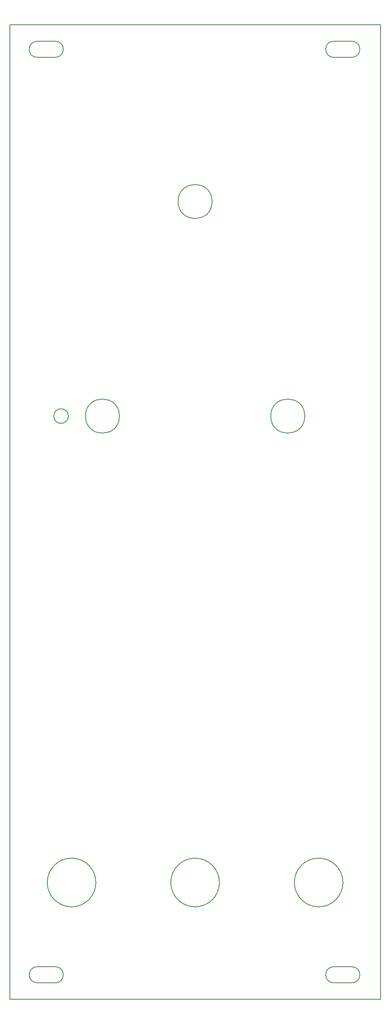
<source format=gbr>
G04 #@! TF.GenerationSoftware,KiCad,Pcbnew,(5.0.2-5)-5*
G04 #@! TF.CreationDate,2021-05-21T23:49:56+01:00*
G04 #@! TF.ProjectId,VCA_Kicad_Project-20210521,5643415f-4b69-4636-9164-5f50726f6a65,rev?*
G04 #@! TF.SameCoordinates,Original*
G04 #@! TF.FileFunction,Profile,NP*
%FSLAX46Y46*%
G04 Gerber Fmt 4.6, Leading zero omitted, Abs format (unit mm)*
G04 Created by KiCad (PCBNEW (5.0.2-5)-5) date Friday, 21 May 2021 at 23:49:56*
%MOMM*%
%LPD*%
G01*
G04 APERTURE LIST*
%ADD10C,0.200000*%
G04 APERTURE END LIST*
D10*
X191419480Y-2407520D02*
X191419480Y-202407520D01*
X115219480Y-2407520D02*
X191419480Y-2407520D01*
X120819480Y-9057520D02*
G75*
G02X119219480Y-7457520I0J1600000D01*
G01*
X119219480Y-7357520D02*
X119219480Y-7457520D01*
X119219480Y-7357520D02*
G75*
G02X120819480Y-5757520I1600000J0D01*
G01*
X124619480Y-5757520D02*
X120819480Y-5757520D01*
X124619480Y-5757520D02*
G75*
G02X126219480Y-7357520I0J-1600000D01*
G01*
X124619480Y-199057520D02*
X120819480Y-199057520D01*
X126219480Y-197457520D02*
G75*
G02X124619480Y-199057520I-1600000J0D01*
G01*
X126219480Y-197357520D02*
X126219480Y-197457520D01*
X124619480Y-195757520D02*
G75*
G02X126219480Y-197357520I0J-1600000D01*
G01*
X120819480Y-195757520D02*
X124619480Y-195757520D01*
X185579480Y-195757520D02*
G75*
G02X187179480Y-197357520I0J-1600000D01*
G01*
X181779480Y-195757520D02*
X185579480Y-195757520D01*
X119219480Y-197357520D02*
G75*
G02X120819480Y-195757520I1600000J0D01*
G01*
X119219480Y-197457520D02*
X119219480Y-197357520D01*
X120819480Y-199057520D02*
G75*
G02X119219480Y-197457520I0J1600000D01*
G01*
X181779480Y-199057520D02*
G75*
G02X180179480Y-197457520I0J1600000D01*
G01*
X185579480Y-199057520D02*
X181779480Y-199057520D01*
X187179480Y-197457520D02*
G75*
G02X185579480Y-199057520I-1600000J0D01*
G01*
X187179480Y-197357520D02*
X187179480Y-197457520D01*
X187179480Y-7357520D02*
X187179480Y-7457520D01*
X185579480Y-5757520D02*
G75*
G02X187179480Y-7357520I0J-1600000D01*
G01*
X181779480Y-5757520D02*
X185579480Y-5757520D01*
X180179480Y-197357520D02*
G75*
G02X181779480Y-195757520I1600000J0D01*
G01*
X180179480Y-197457520D02*
X180179480Y-197357520D01*
X180179480Y-7357520D02*
G75*
G02X181779480Y-5757520I1600000J0D01*
G01*
X180179480Y-7457520D02*
X180179480Y-7357520D01*
X181779480Y-9057520D02*
G75*
G02X180179480Y-7457520I0J1600000D01*
G01*
X185579480Y-9057520D02*
X181779480Y-9057520D01*
X187179480Y-7457520D02*
G75*
G02X185579480Y-9057520I-1600000J0D01*
G01*
X183719480Y-178457520D02*
G75*
G03X183719480Y-178457520I-5000000J0D01*
G01*
X132919480Y-178457520D02*
G75*
G03X132919480Y-178457520I-5000000J0D01*
G01*
X158319480Y-178457520D02*
G75*
G03X158319480Y-178457520I-5000000J0D01*
G01*
X127269480Y-82707520D02*
G75*
G03X127269480Y-82707520I-1500000J0D01*
G01*
X137769480Y-82707520D02*
G75*
G03X137769480Y-82707520I-3500000J0D01*
G01*
X175869480Y-82707520D02*
G75*
G03X175869480Y-82707520I-3500000J0D01*
G01*
X156819480Y-38657520D02*
G75*
G03X156819480Y-38657520I-3500000J0D01*
G01*
X126219480Y-7457520D02*
X126219480Y-7357520D01*
X126219480Y-7457520D02*
G75*
G02X124619480Y-9057520I-1600000J0D01*
G01*
X120819480Y-9057520D02*
X124619480Y-9057520D01*
X115219480Y-202407520D02*
X115219480Y-2407520D01*
X191419480Y-202407520D02*
X115219480Y-202407520D01*
M02*

</source>
